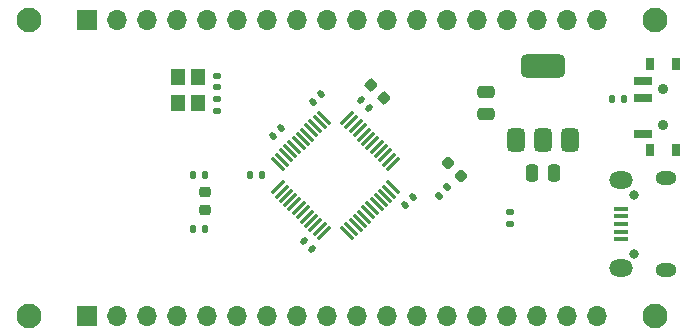
<source format=gbr>
%TF.GenerationSoftware,KiCad,Pcbnew,9.0.1*%
%TF.CreationDate,2025-04-04T14:44:14+02:00*%
%TF.ProjectId,stm32_red_pill,73746d33-325f-4726-9564-5f70696c6c2e,rev?*%
%TF.SameCoordinates,Original*%
%TF.FileFunction,Soldermask,Top*%
%TF.FilePolarity,Negative*%
%FSLAX46Y46*%
G04 Gerber Fmt 4.6, Leading zero omitted, Abs format (unit mm)*
G04 Created by KiCad (PCBNEW 9.0.1) date 2025-04-04 14:44:14*
%MOMM*%
%LPD*%
G01*
G04 APERTURE LIST*
G04 Aperture macros list*
%AMRoundRect*
0 Rectangle with rounded corners*
0 $1 Rounding radius*
0 $2 $3 $4 $5 $6 $7 $8 $9 X,Y pos of 4 corners*
0 Add a 4 corners polygon primitive as box body*
4,1,4,$2,$3,$4,$5,$6,$7,$8,$9,$2,$3,0*
0 Add four circle primitives for the rounded corners*
1,1,$1+$1,$2,$3*
1,1,$1+$1,$4,$5*
1,1,$1+$1,$6,$7*
1,1,$1+$1,$8,$9*
0 Add four rect primitives between the rounded corners*
20,1,$1+$1,$2,$3,$4,$5,0*
20,1,$1+$1,$4,$5,$6,$7,0*
20,1,$1+$1,$6,$7,$8,$9,0*
20,1,$1+$1,$8,$9,$2,$3,0*%
G04 Aperture macros list end*
%ADD10C,2.100000*%
%ADD11RoundRect,0.135000X-0.185000X0.135000X-0.185000X-0.135000X0.185000X-0.135000X0.185000X0.135000X0*%
%ADD12RoundRect,0.225000X-0.335876X-0.017678X-0.017678X-0.335876X0.335876X0.017678X0.017678X0.335876X0*%
%ADD13RoundRect,0.140000X0.140000X0.170000X-0.140000X0.170000X-0.140000X-0.170000X0.140000X-0.170000X0*%
%ADD14R,1.700000X1.700000*%
%ADD15O,1.700000X1.700000*%
%ADD16RoundRect,0.075000X-0.521491X0.415425X0.415425X-0.521491X0.521491X-0.415425X-0.415425X0.521491X0*%
%ADD17RoundRect,0.075000X-0.521491X-0.415425X-0.415425X-0.521491X0.521491X0.415425X0.415425X0.521491X0*%
%ADD18O,0.800000X0.800000*%
%ADD19R,1.300000X0.450000*%
%ADD20O,1.800000X1.150000*%
%ADD21O,2.000000X1.450000*%
%ADD22RoundRect,0.140000X0.170000X-0.140000X0.170000X0.140000X-0.170000X0.140000X-0.170000X-0.140000X0*%
%ADD23R,0.800000X1.000000*%
%ADD24C,0.900000*%
%ADD25R,1.500000X0.700000*%
%ADD26RoundRect,0.140000X-0.219203X-0.021213X-0.021213X-0.219203X0.219203X0.021213X0.021213X0.219203X0*%
%ADD27RoundRect,0.140000X0.219203X0.021213X0.021213X0.219203X-0.219203X-0.021213X-0.021213X-0.219203X0*%
%ADD28RoundRect,0.135000X-0.035355X0.226274X-0.226274X0.035355X0.035355X-0.226274X0.226274X-0.035355X0*%
%ADD29RoundRect,0.375000X0.375000X-0.625000X0.375000X0.625000X-0.375000X0.625000X-0.375000X-0.625000X0*%
%ADD30RoundRect,0.500000X1.400000X-0.500000X1.400000X0.500000X-1.400000X0.500000X-1.400000X-0.500000X0*%
%ADD31RoundRect,0.218750X-0.256250X0.218750X-0.256250X-0.218750X0.256250X-0.218750X0.256250X0.218750X0*%
%ADD32RoundRect,0.135000X0.135000X0.185000X-0.135000X0.185000X-0.135000X-0.185000X0.135000X-0.185000X0*%
%ADD33RoundRect,0.140000X-0.021213X0.219203X-0.219203X0.021213X0.021213X-0.219203X0.219203X-0.021213X0*%
%ADD34RoundRect,0.250000X-0.475000X0.250000X-0.475000X-0.250000X0.475000X-0.250000X0.475000X0.250000X0*%
%ADD35RoundRect,0.250000X0.250000X0.475000X-0.250000X0.475000X-0.250000X-0.475000X0.250000X-0.475000X0*%
%ADD36R,1.200000X1.400000*%
%ADD37RoundRect,0.218750X0.335876X0.026517X0.026517X0.335876X-0.335876X-0.026517X-0.026517X-0.335876X0*%
%ADD38RoundRect,0.140000X0.021213X-0.219203X0.219203X-0.021213X-0.021213X0.219203X-0.219203X0.021213X0*%
G04 APERTURE END LIST*
D10*
%TO.C,H4*%
X83000000Y-114000000D03*
%TD*%
D11*
%TO.C,R2*%
X123700000Y-105240001D03*
X123700000Y-106259999D03*
%TD*%
D12*
%TO.C,C5*%
X111923241Y-94483901D03*
X113019257Y-95579917D03*
%TD*%
D13*
%TO.C,C7*%
X97880000Y-102112499D03*
X96920000Y-102112499D03*
%TD*%
D14*
%TO.C,J2*%
X87900000Y-89000000D03*
D15*
X90440000Y-89000000D03*
X92980000Y-89000000D03*
X95520000Y-89000000D03*
X98060000Y-89000000D03*
X100600000Y-89000000D03*
X103140000Y-89000000D03*
X105680000Y-89000000D03*
X108220000Y-89000000D03*
X110760000Y-89000000D03*
X113300000Y-89000000D03*
X115840000Y-89000000D03*
X118380000Y-89000000D03*
X120920000Y-89000000D03*
X123460000Y-89000000D03*
X126000000Y-89000000D03*
X128540000Y-89000000D03*
X131080000Y-89000000D03*
%TD*%
D16*
%TO.C,U1*%
X107951212Y-97262124D03*
X107597658Y-97615678D03*
X107244105Y-97969231D03*
X106890551Y-98322785D03*
X106536998Y-98676338D03*
X106183445Y-99029891D03*
X105829891Y-99383445D03*
X105476338Y-99736998D03*
X105122785Y-100090551D03*
X104769231Y-100444105D03*
X104415678Y-100797658D03*
X104062124Y-101151212D03*
D17*
X104062124Y-103148788D03*
X104415678Y-103502342D03*
X104769231Y-103855895D03*
X105122785Y-104209449D03*
X105476338Y-104563002D03*
X105829891Y-104916555D03*
X106183445Y-105270109D03*
X106536998Y-105623662D03*
X106890551Y-105977215D03*
X107244105Y-106330769D03*
X107597658Y-106684322D03*
X107951212Y-107037876D03*
D16*
X109948788Y-107037876D03*
X110302342Y-106684322D03*
X110655895Y-106330769D03*
X111009449Y-105977215D03*
X111363002Y-105623662D03*
X111716555Y-105270109D03*
X112070109Y-104916555D03*
X112423662Y-104563002D03*
X112777215Y-104209449D03*
X113130769Y-103855895D03*
X113484322Y-103502342D03*
X113837876Y-103148788D03*
D17*
X113837876Y-101151212D03*
X113484322Y-100797658D03*
X113130769Y-100444105D03*
X112777215Y-100090551D03*
X112423662Y-99736998D03*
X112070109Y-99383445D03*
X111716555Y-99029891D03*
X111363002Y-98676338D03*
X111009449Y-98322785D03*
X110655895Y-97969231D03*
X110302342Y-97615678D03*
X109948788Y-97262124D03*
%TD*%
D10*
%TO.C,H3*%
X136000000Y-114000000D03*
%TD*%
D18*
%TO.C,J1*%
X134195000Y-108755000D03*
X134195000Y-103755000D03*
D19*
X133095000Y-107555000D03*
X133095000Y-106905000D03*
X133095000Y-106255000D03*
X133095000Y-105605000D03*
X133095000Y-104955000D03*
D20*
X136945000Y-110130000D03*
D21*
X133145000Y-109980000D03*
X133145000Y-102530000D03*
D20*
X136945000Y-102380000D03*
%TD*%
D22*
%TO.C,C11*%
X98950000Y-96660000D03*
X98950000Y-95700000D03*
%TD*%
D10*
%TO.C,H1*%
X83000000Y-89000000D03*
%TD*%
%TO.C,H2*%
X136000000Y-89000000D03*
%TD*%
D14*
%TO.C,J3*%
X87900000Y-114000000D03*
D15*
X90440000Y-114000000D03*
X92980000Y-114000000D03*
X95520000Y-114000000D03*
X98060000Y-114000000D03*
X100600000Y-114000000D03*
X103140000Y-114000000D03*
X105680000Y-114000000D03*
X108220000Y-114000000D03*
X110760000Y-114000000D03*
X113300000Y-114000000D03*
X115840000Y-114000000D03*
X118380000Y-114000000D03*
X120920000Y-114000000D03*
X123460000Y-114000000D03*
X126000000Y-114000000D03*
X128540000Y-114000000D03*
X131080000Y-114000000D03*
%TD*%
D23*
%TO.C,SW1*%
X135595000Y-100000000D03*
X137805000Y-100000000D03*
D24*
X136705000Y-97850000D03*
X136705000Y-94850000D03*
D23*
X135595000Y-92700000D03*
X137805000Y-92700000D03*
D25*
X134945000Y-98600000D03*
X134945000Y-95600000D03*
X134945000Y-94100000D03*
%TD*%
D13*
%TO.C,C9*%
X102690589Y-102089411D03*
X101730589Y-102089411D03*
%TD*%
D26*
%TO.C,C2*%
X111071178Y-95753158D03*
X111750000Y-96431980D03*
%TD*%
D27*
%TO.C,C4*%
X107000000Y-108378822D03*
X106321178Y-107700000D03*
%TD*%
D22*
%TO.C,C10*%
X98950000Y-94640000D03*
X98950000Y-93680000D03*
%TD*%
D28*
%TO.C,R3*%
X118410624Y-103139376D03*
X117689376Y-103860624D03*
%TD*%
D29*
%TO.C,U2*%
X124200000Y-99150000D03*
X126500000Y-99149999D03*
D30*
X126500000Y-92850001D03*
D29*
X128800000Y-99150000D03*
%TD*%
D31*
%TO.C,FB1*%
X97900000Y-103512499D03*
X97900000Y-105087501D03*
%TD*%
D32*
%TO.C,R1*%
X133409999Y-95650000D03*
X132390001Y-95650000D03*
%TD*%
D33*
%TO.C,C3*%
X115550000Y-103950000D03*
X114871178Y-104628822D03*
%TD*%
D34*
%TO.C,C12*%
X121650000Y-95050001D03*
X121650000Y-96949999D03*
%TD*%
D35*
%TO.C,C13*%
X127449999Y-101900000D03*
X125550001Y-101900000D03*
%TD*%
D36*
%TO.C,Y1*%
X95600000Y-93840000D03*
X95600000Y-96040000D03*
X97300000Y-96040000D03*
X97300000Y-93840000D03*
%TD*%
D37*
%TO.C,D1*%
X119556847Y-102206847D03*
X118443153Y-101093153D03*
%TD*%
D38*
%TO.C,C1*%
X107071178Y-95928822D03*
X107750000Y-95250000D03*
%TD*%
%TO.C,C6*%
X103671178Y-98828822D03*
X104350000Y-98150000D03*
%TD*%
D13*
%TO.C,C8*%
X97880000Y-106662499D03*
X96920000Y-106662499D03*
%TD*%
M02*

</source>
